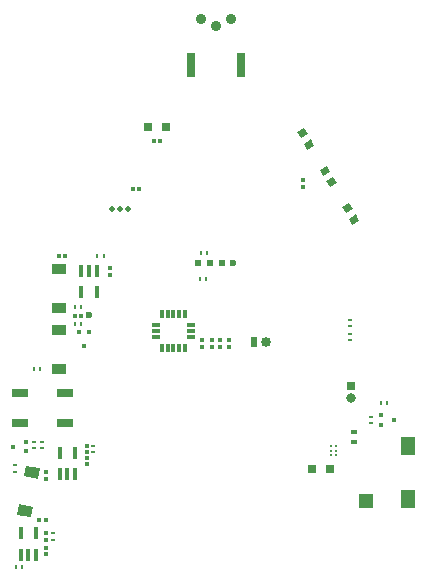
<source format=gts>
G04 #@! TF.FileFunction,Soldermask,Top*
%FSLAX46Y46*%
G04 Gerber Fmt 4.6, Leading zero omitted, Abs format (unit mm)*
G04 Created by KiCad (PCBNEW 4.0.7) date Thu Oct 19 14:43:40 2017*
%MOMM*%
%LPD*%
G01*
G04 APERTURE LIST*
%ADD10C,0.100000*%
%ADD11R,1.350000X0.750000*%
%ADD12R,0.300000X0.350000*%
%ADD13R,0.450000X0.400000*%
%ADD14R,0.430000X0.280000*%
%ADD15R,0.400000X0.450000*%
%ADD16R,0.600000X0.850000*%
%ADD17O,0.850000X0.850000*%
%ADD18R,0.300000X0.800000*%
%ADD19R,0.800000X0.300000*%
%ADD20R,0.350000X0.300000*%
%ADD21R,0.800000X0.750000*%
%ADD22C,0.500000*%
%ADD23C,0.203200*%
%ADD24R,0.750000X0.750000*%
%ADD25O,0.800000X0.800000*%
%ADD26C,0.900000*%
%ADD27R,0.600000X0.400000*%
%ADD28R,1.300000X1.500000*%
%ADD29R,1.300000X1.300000*%
%ADD30R,0.280000X0.430000*%
%ADD31R,0.800000X2.000000*%
%ADD32C,0.600000*%
%ADD33R,0.380000X1.090000*%
%ADD34R,0.600000X0.600000*%
%ADD35R,1.200000X0.900000*%
G04 APERTURE END LIST*
D10*
D11*
X189840600Y-158047800D03*
X193640600Y-158047800D03*
D12*
X201672600Y-134121000D03*
X201112600Y-134121000D03*
D13*
X190343600Y-160435400D03*
X190343600Y-159635400D03*
X189193600Y-160035400D03*
D14*
X191639000Y-160136600D03*
X191639000Y-159616600D03*
D15*
X195624400Y-150351800D03*
X194824400Y-150351800D03*
X195224400Y-151501800D03*
D16*
X209651600Y-151180800D03*
D17*
X210651600Y-151180800D03*
D18*
X203793600Y-148765600D03*
X203293600Y-148765600D03*
X202793600Y-148765600D03*
X202293600Y-148765600D03*
X201793600Y-148765600D03*
D19*
X201343600Y-149715600D03*
X201343600Y-150215600D03*
X201343600Y-150715600D03*
D18*
X201793600Y-151665600D03*
X202293600Y-151665600D03*
X202793600Y-151665600D03*
X203293600Y-151665600D03*
X203793600Y-151665600D03*
D19*
X204243600Y-150715600D03*
X204243600Y-150215600D03*
X204243600Y-149715600D03*
D12*
X199894600Y-138185000D03*
X199334600Y-138185000D03*
D20*
X191994600Y-169148200D03*
X191994600Y-168588200D03*
X191994600Y-167369000D03*
X191994600Y-167929000D03*
D12*
X191409800Y-166277400D03*
X191969800Y-166277400D03*
D20*
X213787800Y-138058600D03*
X213787800Y-137498600D03*
D21*
X202142600Y-133003400D03*
X200642600Y-133003400D03*
X216061800Y-161908600D03*
X214561800Y-161908600D03*
D12*
X193624800Y-143865600D03*
X193064800Y-143865600D03*
X194996400Y-148945600D03*
X194436400Y-148945600D03*
D20*
X192045400Y-162187400D03*
X192045400Y-162747400D03*
X195449000Y-161528200D03*
X195449000Y-160968200D03*
X195449000Y-159952200D03*
X195449000Y-160512200D03*
X197430200Y-145475400D03*
X197430200Y-144915400D03*
X206066200Y-151571400D03*
X206066200Y-151011400D03*
X206777400Y-151011400D03*
X206777400Y-151571400D03*
X207539400Y-151011400D03*
X207539400Y-151571400D03*
X205253400Y-151571400D03*
X205253400Y-151011400D03*
D10*
G36*
X218533109Y-140896122D02*
X217926891Y-141246122D01*
X217626891Y-140726506D01*
X218233109Y-140376506D01*
X218533109Y-140896122D01*
X218533109Y-140896122D01*
G37*
G36*
X217983109Y-139943494D02*
X217376891Y-140293494D01*
X217076891Y-139773878D01*
X217683109Y-139423878D01*
X217983109Y-139943494D01*
X217983109Y-139943494D01*
G37*
G36*
X214723109Y-134546122D02*
X214116891Y-134896122D01*
X213816891Y-134376506D01*
X214423109Y-134026506D01*
X214723109Y-134546122D01*
X214723109Y-134546122D01*
G37*
G36*
X214173109Y-133593494D02*
X213566891Y-133943494D01*
X213266891Y-133423878D01*
X213873109Y-133073878D01*
X214173109Y-133593494D01*
X214173109Y-133593494D01*
G37*
G36*
X216628109Y-137721122D02*
X216021891Y-138071122D01*
X215721891Y-137551506D01*
X216328109Y-137201506D01*
X216628109Y-137721122D01*
X216628109Y-137721122D01*
G37*
G36*
X216078109Y-136768494D02*
X215471891Y-137118494D01*
X215171891Y-136598878D01*
X215778109Y-136248878D01*
X216078109Y-136768494D01*
X216078109Y-136768494D01*
G37*
D11*
X193640600Y-155507800D03*
X189840600Y-155507800D03*
D22*
X198972400Y-139954000D03*
X198272400Y-139954000D03*
X197572400Y-139954000D03*
D23*
X216560400Y-160782000D03*
X216154000Y-160782000D03*
X216560400Y-160375600D03*
X216154000Y-160375600D03*
X216560400Y-159969200D03*
X216154000Y-159969200D03*
D24*
X217830400Y-154940000D03*
D25*
X217830400Y-155940000D03*
D26*
X205105000Y-123825000D03*
X207645000Y-123825000D03*
X206375000Y-124460000D03*
D27*
X218084400Y-158757200D03*
X218084400Y-159657200D03*
D28*
X222630800Y-164505200D03*
X222630800Y-160005200D03*
D29*
X219130800Y-164605200D03*
D13*
X220354200Y-157384800D03*
X220354200Y-158184800D03*
X221504200Y-157784800D03*
D30*
X189968600Y-170189000D03*
X189448600Y-170189000D03*
D14*
X192629600Y-167909000D03*
X192629600Y-167389000D03*
D30*
X205073600Y-145881200D03*
X205593600Y-145881200D03*
X205095000Y-143671400D03*
X205615000Y-143671400D03*
D14*
X219557600Y-157524800D03*
X219557600Y-158044800D03*
D30*
X220385800Y-156371400D03*
X220905800Y-156371400D03*
X194997800Y-149665800D03*
X194477800Y-149665800D03*
X190972600Y-153475800D03*
X191492600Y-153475800D03*
X196877400Y-143874600D03*
X196357400Y-143874600D03*
X194456400Y-148183600D03*
X194976400Y-148183600D03*
D14*
X190978600Y-160136600D03*
X190978600Y-159616600D03*
X189403800Y-162143200D03*
X189403800Y-161623200D03*
X196007800Y-160492200D03*
X196007800Y-159972200D03*
X217728800Y-150983600D03*
X217728800Y-150463600D03*
X217728800Y-149815200D03*
X217728800Y-149295200D03*
D31*
X204300400Y-127762000D03*
X208500400Y-127762000D03*
D32*
X195652200Y-148929200D03*
D33*
X190500000Y-169185000D03*
X189850000Y-169185000D03*
X191150000Y-169185000D03*
X189850000Y-167365000D03*
X191150000Y-167365000D03*
X195630800Y-145140000D03*
X196280800Y-145140000D03*
X194980800Y-145140000D03*
X196280800Y-146960000D03*
X194980800Y-146960000D03*
X193823400Y-162361400D03*
X193173400Y-162361400D03*
X194473400Y-162361400D03*
X193173400Y-160541400D03*
X194473400Y-160541400D03*
D34*
X206875000Y-144475200D03*
X204875000Y-144475200D03*
D32*
X207875000Y-144475200D03*
D34*
X205875000Y-144475200D03*
D10*
G36*
X190273776Y-161657715D02*
X191455545Y-161866092D01*
X191299262Y-162752419D01*
X190117493Y-162544042D01*
X190273776Y-161657715D01*
X190273776Y-161657715D01*
G37*
G36*
X189700738Y-164907581D02*
X190882507Y-165115958D01*
X190726224Y-166002285D01*
X189544455Y-165793908D01*
X189700738Y-164907581D01*
X189700738Y-164907581D01*
G37*
D35*
X193090800Y-145035000D03*
X193090800Y-148335000D03*
X193090800Y-150140400D03*
X193090800Y-153440400D03*
M02*

</source>
